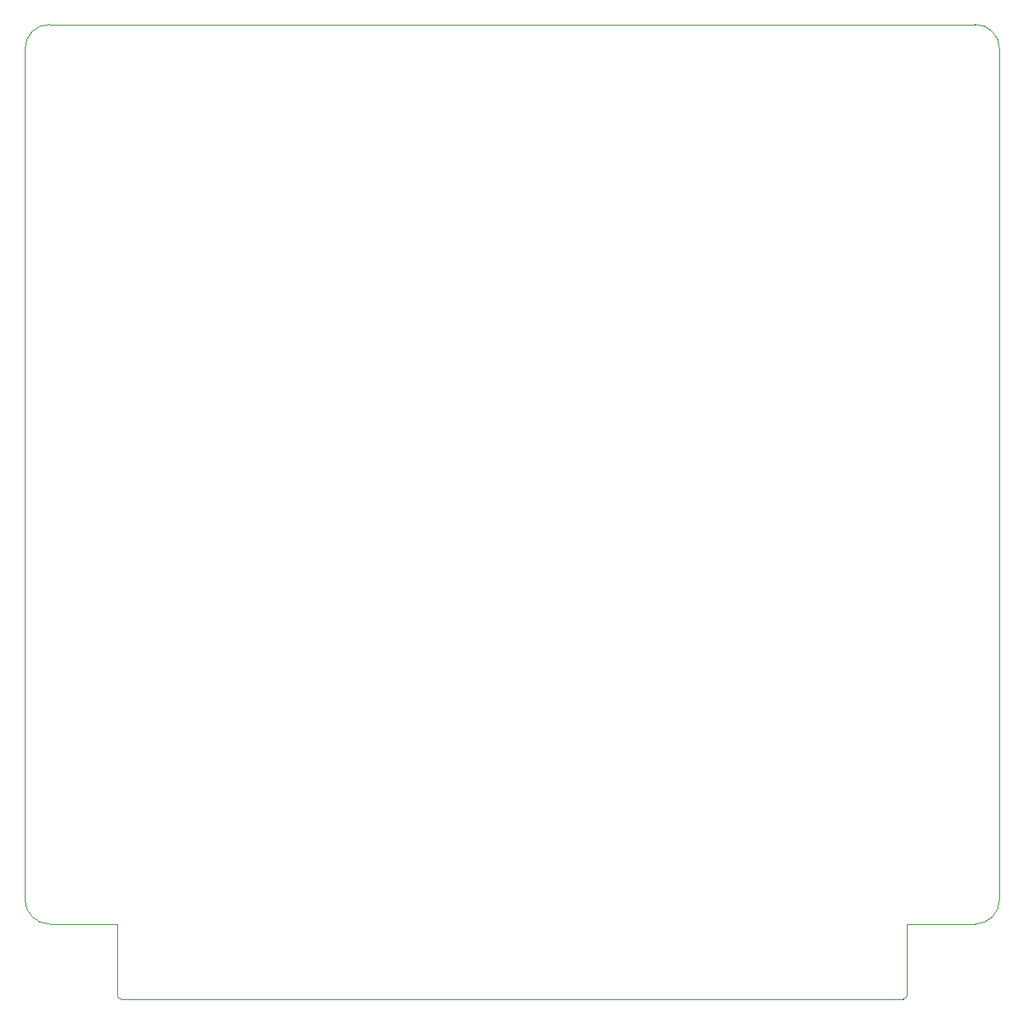
<source format=gm1>
G04 #@! TF.GenerationSoftware,KiCad,Pcbnew,7.0.7*
G04 #@! TF.CreationDate,2023-08-22T19:55:35-04:00*
G04 #@! TF.ProjectId,3 - CPU and memory,33202d20-4350-4552-9061-6e64206d656d,1*
G04 #@! TF.SameCoordinates,Original*
G04 #@! TF.FileFunction,Profile,NP*
%FSLAX46Y46*%
G04 Gerber Fmt 4.6, Leading zero omitted, Abs format (unit mm)*
G04 Created by KiCad (PCBNEW 7.0.7) date 2023-08-22 19:55:35*
%MOMM*%
%LPD*%
G01*
G04 APERTURE LIST*
G04 #@! TA.AperFunction,Profile*
%ADD10C,0.120000*%
G04 #@! TD*
G04 APERTURE END LIST*
D10*
X83604000Y-130302000D02*
X83604000Y-43002000D01*
X86104000Y-40502000D02*
X181104000Y-40502000D01*
X86104000Y-132802000D02*
X93094000Y-132802000D01*
X93094000Y-140102000D02*
X93094000Y-132802000D01*
X93494000Y-140502000D02*
X173714000Y-140502000D01*
X174114000Y-140102000D02*
X174114000Y-132802000D01*
X181104000Y-132802000D02*
X174114000Y-132802000D01*
X183604000Y-43002000D02*
X183604000Y-130302000D01*
X86104000Y-40502000D02*
G75*
G03*
X83604000Y-43002000I0J-2500000D01*
G01*
X83604000Y-130302000D02*
G75*
G03*
X86104000Y-132802000I2500000J0D01*
G01*
X93094000Y-140102000D02*
G75*
G03*
X93494000Y-140502000I399999J-1D01*
G01*
X173714000Y-140502000D02*
G75*
G03*
X174114000Y-140102000I0J400000D01*
G01*
X183604000Y-43002000D02*
G75*
G03*
X181104000Y-40502000I-2500000J0D01*
G01*
X181104000Y-132802000D02*
G75*
G03*
X183604000Y-130302000I0J2500000D01*
G01*
M02*

</source>
